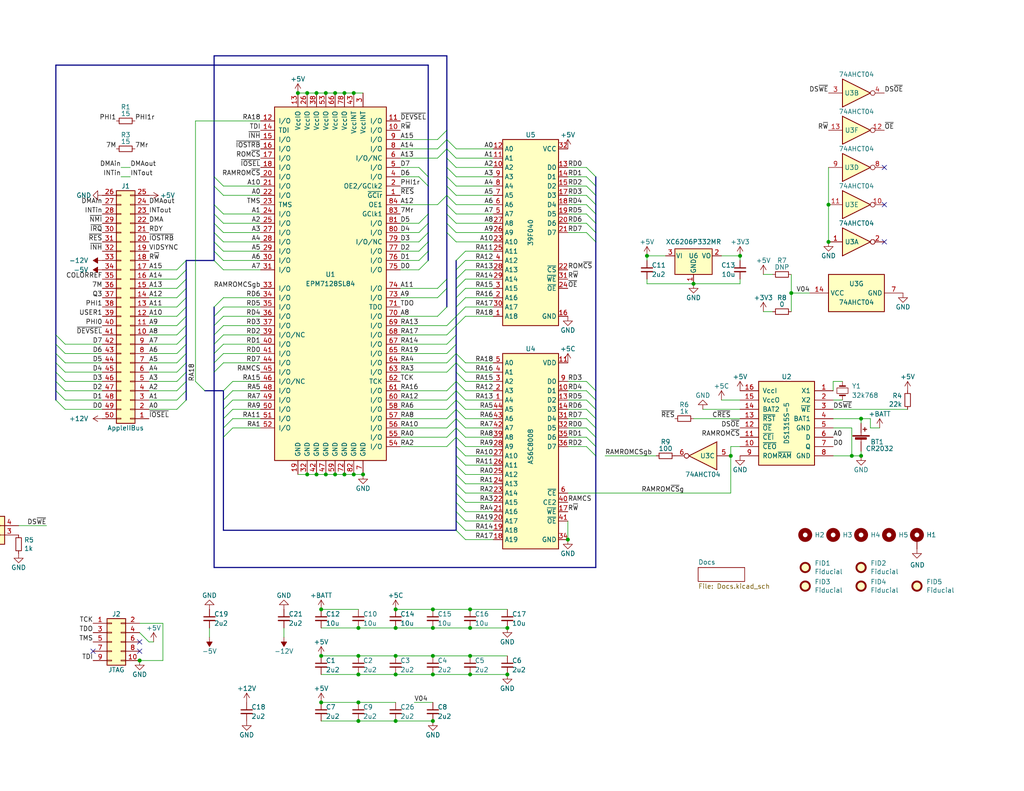
<source format=kicad_sch>
(kicad_sch (version 20211123) (generator eeschema)
  (paper "USLetter")
  (title_block (title "Time Machine") (date "2019-10-13") (rev "0.9") (company "Garrett's Workshop"))
  (junction (at 189.23 77.47))
  (junction (at 107.95 184.15))
  (junction (at 201.93 69.85))
  (junction (at 83.82 25.4))
  (junction (at 128.27 184.15))
  (junction (at 215.9 80.01))
  (junction (at 97.79 191.77))
  (junction (at 86.36 129.54))
  (junction (at 87.63 191.77))
  (junction (at 91.44 25.4))
  (junction (at 234.95 124.46))
  (junction (at 234.95 114.3))
  (junction (at 118.11 179.07))
  (junction (at 83.82 129.54))
  (junction (at 128.27 171.45))
  (junction (at 81.28 25.4))
  (junction (at 138.43 171.45))
  (junction (at 93.98 25.4))
  (junction (at 128.27 179.07))
  (junction (at 226.06 55.88))
  (junction (at 38.1 180.34))
  (junction (at 199.39 124.46))
  (junction (at 107.95 166.37))
  (junction (at 107.95 171.45))
  (junction (at 118.11 166.37))
  (junction (at 118.11 196.85))
  (junction (at 87.63 179.07))
  (junction (at 88.9 129.54))
  (junction (at -17.78 146.05))
  (junction (at 91.44 129.54))
  (junction (at 88.9 25.4))
  (junction (at 97.79 196.85))
  (junction (at 232.41 124.46))
  (junction (at 154.94 147.32))
  (junction (at 97.79 171.45))
  (junction (at 99.06 129.54))
  (junction (at 93.98 129.54))
  (junction (at 96.52 25.4))
  (junction (at 118.11 184.15))
  (junction (at 96.52 129.54))
  (junction (at 128.27 166.37))
  (junction (at 226.06 66.04))
  (junction (at 97.79 184.15))
  (junction (at 138.43 184.15))
  (junction (at 118.11 171.45))
  (junction (at 107.95 179.07))
  (junction (at 87.63 166.37))
  (junction (at 176.53 69.85))
  (junction (at 107.95 196.85))
  (junction (at 97.79 179.07))
  (junction (at 86.36 25.4))
  (no_connect (at 241.3 45.72))
  (no_connect (at 25.4 177.8))
  (no_connect (at 38.1 177.8))
  (no_connect (at 241.3 55.88))
  (no_connect (at 38.1 175.26))
  (no_connect (at 241.3 66.04))
  (bus_entry (at 60.96 86.36) (size -2.54 2.54))
  (bus_entry (at 48.26 78.74) (size 2.54 -2.54))
  (bus_entry (at 116.84 71.12) (size -2.54 2.54))
  (bus_entry (at 48.26 104.14) (size 2.54 -2.54))
  (bus_entry (at 124.46 96.52) (size 2.54 2.54))
  (bus_entry (at 116.84 60.96) (size -2.54 2.54))
  (bus_entry (at 48.26 111.76) (size 2.54 -2.54))
  (bus_entry (at 58.42 68.58) (size 2.54 2.54))
  (bus_entry (at 58.42 71.12) (size 2.54 2.54))
  (bus_entry (at 124.46 86.36) (size -2.54 2.54))
  (bus_entry (at 162.56 121.92) (size -2.54 -2.54))
  (bus_entry (at 124.46 81.28) (size 2.54 -2.54))
  (bus_entry (at 55.88 106.68) (size -2.54 -2.54))
  (bus_entry (at 162.56 119.38) (size -2.54 -2.54))
  (bus_entry (at 124.46 109.22) (size -2.54 2.54))
  (bus_entry (at 60.96 96.52) (size -2.54 2.54))
  (bus_entry (at 17.78 111.76) (size -2.54 -2.54))
  (bus_entry (at 60.96 119.38) (size 2.54 -2.54))
  (bus_entry (at 121.92 50.8) (size 2.54 2.54))
  (bus_entry (at 124.46 78.74) (size 2.54 -2.54))
  (bus_entry (at 124.46 111.76) (size 2.54 2.54))
  (bus_entry (at 162.56 109.22) (size -2.54 -2.54))
  (bus_entry (at 121.92 78.74) (size -2.54 2.54))
  (bus_entry (at 124.46 83.82) (size 2.54 -2.54))
  (bus_entry (at 121.92 53.34) (size -2.54 2.54))
  (bus_entry (at 162.56 66.04) (size -2.54 -2.54))
  (bus_entry (at 58.42 58.42) (size 2.54 2.54))
  (bus_entry (at 60.96 111.76) (size 2.54 -2.54))
  (bus_entry (at 121.92 58.42) (size 2.54 2.54))
  (bus_entry (at 48.26 76.2) (size 2.54 -2.54))
  (bus_entry (at 124.46 111.76) (size -2.54 2.54))
  (bus_entry (at 124.46 139.7) (size 2.54 2.54))
  (bus_entry (at 60.96 106.68) (size 2.54 -2.54))
  (bus_entry (at 121.92 76.2) (size -2.54 2.54))
  (bus_entry (at 48.26 109.22) (size 2.54 -2.54))
  (bus_entry (at 162.56 48.26) (size -2.54 -2.54))
  (bus_entry (at 60.96 109.22) (size 2.54 -2.54))
  (bus_entry (at 124.46 101.6) (size 2.54 2.54))
  (bus_entry (at 58.42 66.04) (size 2.54 2.54))
  (bus_entry (at 48.26 93.98) (size 2.54 -2.54))
  (bus_entry (at 124.46 88.9) (size 2.54 -2.54))
  (bus_entry (at 121.92 38.1) (size 2.54 2.54))
  (bus_entry (at 124.46 127) (size 2.54 2.54))
  (bus_entry (at 60.96 81.28) (size -2.54 2.54))
  (bus_entry (at 60.96 116.84) (size 2.54 -2.54))
  (bus_entry (at 124.46 132.08) (size 2.54 2.54))
  (bus_entry (at 124.46 116.84) (size 2.54 2.54))
  (bus_entry (at 121.92 38.1) (size -2.54 2.54))
  (bus_entry (at 124.46 134.62) (size 2.54 2.54))
  (bus_entry (at 162.56 50.8) (size -2.54 -2.54))
  (bus_entry (at 162.56 60.96) (size -2.54 -2.54))
  (bus_entry (at 124.46 144.78) (size 2.54 2.54))
  (bus_entry (at 124.46 109.22) (size 2.54 2.54))
  (bus_entry (at 116.84 48.26) (size -2.54 -2.54))
  (bus_entry (at 124.46 76.2) (size 2.54 -2.54))
  (bus_entry (at 58.42 50.8) (size 2.54 2.54))
  (bus_entry (at 124.46 104.14) (size -2.54 2.54))
  (bus_entry (at 162.56 55.88) (size -2.54 -2.54))
  (bus_entry (at 48.26 106.68) (size 2.54 -2.54))
  (bus_entry (at 121.92 45.72) (size 2.54 2.54))
  (bus_entry (at 124.46 71.12) (size 2.54 -2.54))
  (bus_entry (at 124.46 119.38) (size 2.54 2.54))
  (bus_entry (at 124.46 116.84) (size -2.54 2.54))
  (bus_entry (at 48.26 96.52) (size 2.54 -2.54))
  (bus_entry (at 48.26 101.6) (size 2.54 -2.54))
  (bus_entry (at 116.84 50.8) (size -2.54 -2.54))
  (bus_entry (at 124.46 91.44) (size -2.54 2.54))
  (bus_entry (at 60.96 83.82) (size -2.54 2.54))
  (bus_entry (at 48.26 91.44) (size 2.54 -2.54))
  (bus_entry (at 162.56 114.3) (size -2.54 -2.54))
  (bus_entry (at 60.96 91.44) (size -2.54 2.54))
  (bus_entry (at 48.26 99.06) (size 2.54 -2.54))
  (bus_entry (at 58.42 60.96) (size 2.54 2.54))
  (bus_entry (at 121.92 83.82) (size -2.54 2.54))
  (bus_entry (at 121.92 60.96) (size 2.54 2.54))
  (bus_entry (at 48.26 81.28) (size 2.54 -2.54))
  (bus_entry (at 124.46 86.36) (size 2.54 -2.54))
  (bus_entry (at 58.42 48.26) (size 2.54 2.54))
  (bus_entry (at 60.96 93.98) (size -2.54 2.54))
  (bus_entry (at 124.46 88.9) (size -2.54 2.54))
  (bus_entry (at 17.78 109.22) (size -2.54 -2.54))
  (bus_entry (at 124.46 99.06) (size 2.54 2.54))
  (bus_entry (at 162.56 116.84) (size -2.54 -2.54))
  (bus_entry (at 48.26 88.9) (size 2.54 -2.54))
  (bus_entry (at 17.78 99.06) (size -2.54 -2.54))
  (bus_entry (at 48.26 86.36) (size 2.54 -2.54))
  (bus_entry (at 124.46 73.66) (size 2.54 -2.54))
  (bus_entry (at 17.78 104.14) (size -2.54 -2.54))
  (bus_entry (at 124.46 129.54) (size 2.54 2.54))
  (bus_entry (at 124.46 121.92) (size 2.54 2.54))
  (bus_entry (at 162.56 111.76) (size -2.54 -2.54))
  (bus_entry (at 17.78 106.68) (size -2.54 -2.54))
  (bus_entry (at 124.46 124.46) (size 2.54 2.54))
  (bus_entry (at 116.84 58.42) (size -2.54 2.54))
  (bus_entry (at 58.42 55.88) (size 2.54 2.54))
  (bus_entry (at 124.46 114.3) (size 2.54 2.54))
  (bus_entry (at 116.84 63.5) (size -2.54 2.54))
  (bus_entry (at 124.46 93.98) (size -2.54 2.54))
  (bus_entry (at 121.92 40.64) (size 2.54 2.54))
  (bus_entry (at 121.92 48.26) (size 2.54 2.54))
  (bus_entry (at 124.46 142.24) (size 2.54 2.54))
  (bus_entry (at 60.96 114.3) (size 2.54 -2.54))
  (bus_entry (at 124.46 106.68) (size -2.54 2.54))
  (bus_entry (at 121.92 43.18) (size 2.54 2.54))
  (bus_entry (at 124.46 96.52) (size -2.54 2.54))
  (bus_entry (at 162.56 63.5) (size -2.54 -2.54))
  (bus_entry (at 121.92 40.64) (size -2.54 2.54))
  (bus_entry (at 124.46 99.06) (size -2.54 2.54))
  (bus_entry (at 60.96 99.06) (size -2.54 2.54))
  (bus_entry (at 58.42 63.5) (size 2.54 2.54))
  (bus_entry (at 124.46 106.68) (size 2.54 2.54))
  (bus_entry (at 17.78 96.52) (size -2.54 -2.54))
  (bus_entry (at 162.56 53.34) (size -2.54 -2.54))
  (bus_entry (at 121.92 53.34) (size 2.54 2.54))
  (bus_entry (at 48.26 73.66) (size 2.54 -2.54))
  (bus_entry (at 124.46 104.14) (size 2.54 2.54))
  (bus_entry (at 162.56 58.42) (size -2.54 -2.54))
  (bus_entry (at 60.96 88.9) (size -2.54 2.54))
  (bus_entry (at 124.46 119.38) (size -2.54 2.54))
  (bus_entry (at 17.78 101.6) (size -2.54 -2.54))
  (bus_entry (at 17.78 93.98) (size -2.54 -2.54))
  (bus_entry (at 116.84 66.04) (size -2.54 2.54))
  (bus_entry (at 121.92 35.56) (size -2.54 2.54))
  (bus_entry (at 162.56 124.46) (size -2.54 -2.54))
  (bus_entry (at 124.46 137.16) (size 2.54 2.54))
  (bus_entry (at 121.92 55.88) (size 2.54 2.54))
  (bus_entry (at 48.26 83.82) (size 2.54 -2.54))
  (bus_entry (at 124.46 114.3) (size -2.54 2.54))
  (bus_entry (at 116.84 68.58) (size -2.54 2.54))
  (bus_entry (at 121.92 63.5) (size 2.54 2.54))
  (bus_entry (at 162.56 106.68) (size -2.54 -2.54))
  (wire (pts (xy 201.93 69.85) (xy 201.93 71.12)))
  (bus (pts (xy 121.92 48.26) (xy 121.92 50.8)))
  (bus (pts (xy 50.8 96.52) (xy 50.8 99.06)))
  (wire (pts (xy 40.64 73.66) (xy 48.26 73.66)))
  (bus (pts (xy 58.42 58.42) (xy 58.42 60.96)))
  (wire (pts (xy 109.22 101.6) (xy 121.92 101.6)))
  (bus (pts (xy 121.92 38.1) (xy 121.92 40.64)))
  (wire (pts (xy 109.22 38.1) (xy 119.38 38.1)))
  (wire (pts (xy 237.49 114.3) (xy 237.49 116.84)))
  (bus (pts (xy 15.24 104.14) (xy 15.24 106.68)))
  (wire (pts (xy 134.62 121.92) (xy 127 121.92)))
  (wire (pts (xy 124.46 43.18) (xy 134.62 43.18)))
  (bus (pts (xy 60.96 106.68) (xy 60.96 109.22)))
  (bus (pts (xy 121.92 45.72) (xy 121.92 48.26)))
  (wire (pts (xy 87.63 184.15) (xy 97.79 184.15)))
  (wire (pts (xy 154.94 106.68) (xy 160.02 106.68)))
  (wire (pts (xy 124.46 66.04) (xy 134.62 66.04)))
  (wire (pts (xy 40.64 101.6) (xy 48.26 101.6)))
  (wire (pts (xy 40.64 175.26) (xy 41.91 175.26)))
  (wire (pts (xy 40.64 78.74) (xy 48.26 78.74)))
  (bus (pts (xy 124.46 91.44) (xy 124.46 93.98)))
  (bus (pts (xy 124.46 96.52) (xy 124.46 99.06)))
  (wire (pts (xy 44.45 170.18) (xy 38.1 170.18)))
  (bus (pts (xy 162.56 109.22) (xy 162.56 111.76)))
  (bus (pts (xy 58.42 48.26) (xy 58.42 50.8)))
  (wire (pts (xy 201.93 69.85) (xy 196.85 69.85)))
  (wire (pts (xy 134.62 99.06) (xy 127 99.06)))
  (wire (pts (xy 40.64 76.2) (xy 48.26 76.2)))
  (wire (pts (xy 134.62 109.22) (xy 127 109.22)))
  (wire (pts (xy 165.1 124.46) (xy 179.07 124.46)))
  (bus (pts (xy 116.84 50.8) (xy 116.84 58.42)))
  (wire (pts (xy 134.62 116.84) (xy 127 116.84)))
  (wire (pts (xy 134.62 127) (xy 127 127)))
  (wire (pts (xy 107.95 184.15) (xy 118.11 184.15)))
  (wire (pts (xy 40.64 93.98) (xy 48.26 93.98)))
  (wire (pts (xy 124.46 55.88) (xy 134.62 55.88)))
  (bus (pts (xy 124.46 137.16) (xy 124.46 139.7)))
  (wire (pts (xy 97.79 179.07) (xy 107.95 179.07)))
  (bus (pts (xy 50.8 83.82) (xy 50.8 86.36)))
  (wire (pts (xy 83.82 129.54) (xy 86.36 129.54)))
  (wire (pts (xy 232.41 116.84) (xy 227.33 116.84)))
  (wire (pts (xy 40.64 106.68) (xy 48.26 106.68)))
  (wire (pts (xy 97.79 171.45) (xy 107.95 171.45)))
  (bus (pts (xy 162.56 106.68) (xy 162.56 109.22)))
  (wire (pts (xy 109.22 68.58) (xy 114.3 68.58)))
  (bus (pts (xy 121.92 40.64) (xy 121.92 43.18)))
  (wire (pts (xy 109.22 96.52) (xy 121.92 96.52)))
  (wire (pts (xy 77.47 171.45) (xy 77.47 173.99)))
  (wire (pts (xy 17.78 93.98) (xy 27.94 93.98)))
  (bus (pts (xy 124.46 129.54) (xy 124.46 132.08)))
  (wire (pts (xy 134.62 104.14) (xy 127 104.14)))
  (wire (pts (xy 86.36 25.4) (xy 88.9 25.4)))
  (wire (pts (xy 109.22 45.72) (xy 114.3 45.72)))
  (bus (pts (xy 121.92 78.74) (xy 121.92 83.82)))
  (bus (pts (xy 162.56 66.04) (xy 162.56 106.68)))
  (wire (pts (xy 109.22 88.9) (xy 121.92 88.9)))
  (bus (pts (xy 58.42 55.88) (xy 58.42 58.42)))
  (wire (pts (xy 109.22 55.88) (xy 119.38 55.88)))
  (wire (pts (xy 215.9 74.93) (xy 215.9 80.01)))
  (bus (pts (xy 124.46 121.92) (xy 124.46 124.46)))
  (wire (pts (xy 44.45 180.34) (xy 44.45 170.18)))
  (bus (pts (xy 116.84 63.5) (xy 116.84 66.04)))
  (wire (pts (xy 97.79 196.85) (xy 107.95 196.85)))
  (wire (pts (xy 234.95 114.3) (xy 234.95 115.57)))
  (wire (pts (xy 154.94 48.26) (xy 160.02 48.26)))
  (wire (pts (xy 215.9 80.01) (xy 220.98 80.01)))
  (bus (pts (xy 58.42 88.9) (xy 58.42 91.44)))
  (wire (pts (xy 234.95 114.3) (xy 237.49 114.3)))
  (bus (pts (xy 58.42 63.5) (xy 58.42 66.04)))
  (bus (pts (xy 50.8 71.12) (xy 58.42 71.12)))
  (wire (pts (xy 60.96 71.12) (xy 71.12 71.12)))
  (bus (pts (xy 121.92 60.96) (xy 121.92 63.5)))
  (wire (pts (xy 60.96 86.36) (xy 71.12 86.36)))
  (wire (pts (xy 128.27 171.45) (xy 138.43 171.45)))
  (wire (pts (xy 234.95 114.3) (xy 227.33 114.3)))
  (bus (pts (xy 58.42 15.24) (xy 121.92 15.24)))
  (bus (pts (xy 58.42 154.94) (xy 162.56 154.94)))
  (wire (pts (xy 154.94 60.96) (xy 160.02 60.96)))
  (wire (pts (xy 109.22 99.06) (xy 121.92 99.06)))
  (wire (pts (xy 96.52 129.54) (xy 99.06 129.54)))
  (bus (pts (xy 50.8 104.14) (xy 50.8 106.68)))
  (wire (pts (xy 40.64 109.22) (xy 48.26 109.22)))
  (bus (pts (xy 124.46 134.62) (xy 124.46 137.16)))
  (wire (pts (xy 109.22 121.92) (xy 121.92 121.92)))
  (wire (pts (xy 71.12 106.68) (xy 63.5 106.68)))
  (wire (pts (xy 109.22 78.74) (xy 119.38 78.74)))
  (wire (pts (xy 154.94 55.88) (xy 160.02 55.88)))
  (bus (pts (xy 60.96 116.84) (xy 60.96 119.38)))
  (bus (pts (xy 121.92 76.2) (xy 121.92 78.74)))
  (wire (pts (xy 33.02 48.26) (xy 35.56 48.26)))
  (wire (pts (xy 134.62 134.62) (xy 127 134.62)))
  (wire (pts (xy 109.22 81.28) (xy 119.38 81.28)))
  (wire (pts (xy 86.36 129.54) (xy 88.9 129.54)))
  (wire (pts (xy -33.02 143.51) (xy -10.16 143.51)))
  (bus (pts (xy 15.24 99.06) (xy 15.24 101.6)))
  (wire (pts (xy 226.06 45.72) (xy 226.06 55.88)))
  (wire (pts (xy 229.87 104.14) (xy 227.33 104.14)))
  (bus (pts (xy 162.56 114.3) (xy 162.56 116.84)))
  (bus (pts (xy 124.46 86.36) (xy 124.46 88.9)))
  (bus (pts (xy 121.92 35.56) (xy 121.92 38.1)))
  (wire (pts (xy 134.62 132.08) (xy 127 132.08)))
  (bus (pts (xy 50.8 86.36) (xy 50.8 88.9)))
  (wire (pts (xy 134.62 124.46) (xy 127 124.46)))
  (wire (pts (xy 208.28 85.09) (xy 210.82 85.09)))
  (bus (pts (xy 58.42 15.24) (xy 58.42 48.26)))
  (wire (pts (xy 60.96 60.96) (xy 71.12 60.96)))
  (wire (pts (xy 38.1 180.34) (xy 44.45 180.34)))
  (wire (pts (xy 40.64 81.28) (xy 48.26 81.28)))
  (bus (pts (xy 116.84 48.26) (xy 116.84 50.8)))
  (wire (pts (xy 124.46 40.64) (xy 134.62 40.64)))
  (wire (pts (xy 33.02 45.72) (xy 35.56 45.72)))
  (wire (pts (xy 134.62 71.12) (xy 127 71.12)))
  (wire (pts (xy 227.33 111.76) (xy 247.65 111.76)))
  (bus (pts (xy 60.96 119.38) (xy 60.96 144.78)))
  (wire (pts (xy 154.94 116.84) (xy 160.02 116.84)))
  (bus (pts (xy 162.56 63.5) (xy 162.56 66.04)))
  (bus (pts (xy 116.84 66.04) (xy 116.84 68.58)))
  (wire (pts (xy 109.22 111.76) (xy 121.92 111.76)))
  (bus (pts (xy 50.8 91.44) (xy 50.8 93.98)))
  (bus (pts (xy 50.8 88.9) (xy 50.8 91.44)))
  (bus (pts (xy 121.92 55.88) (xy 121.92 58.42)))
  (bus (pts (xy 162.56 55.88) (xy 162.56 58.42)))
  (wire (pts (xy 128.27 179.07) (xy 138.43 179.07)))
  (wire (pts (xy 109.22 119.38) (xy 121.92 119.38)))
  (bus (pts (xy 162.56 119.38) (xy 162.56 121.92)))
  (wire (pts (xy 97.79 184.15) (xy 107.95 184.15)))
  (wire (pts (xy 60.96 63.5) (xy 71.12 63.5)))
  (wire (pts (xy 189.23 77.47) (xy 201.93 77.47)))
  (wire (pts (xy 93.98 129.54) (xy 96.52 129.54)))
  (bus (pts (xy 15.24 106.68) (xy 15.24 109.22)))
  (bus (pts (xy 55.88 106.68) (xy 60.96 106.68)))
  (wire (pts (xy 199.39 124.46) (xy 199.39 134.62)))
  (wire (pts (xy 40.64 86.36) (xy 48.26 86.36)))
  (wire (pts (xy 134.62 73.66) (xy 127 73.66)))
  (wire (pts (xy 118.11 184.15) (xy 128.27 184.15)))
  (bus (pts (xy 60.96 144.78) (xy 124.46 144.78)))
  (wire (pts (xy 154.94 104.14) (xy 160.02 104.14)))
  (bus (pts (xy 162.56 50.8) (xy 162.56 53.34)))
  (bus (pts (xy 50.8 99.06) (xy 50.8 101.6)))
  (bus (pts (xy 124.46 119.38) (xy 124.46 121.92)))
  (wire (pts (xy 17.78 99.06) (xy 27.94 99.06)))
  (wire (pts (xy 71.12 109.22) (xy 63.5 109.22)))
  (wire (pts (xy 81.28 25.4) (xy 83.82 25.4)))
  (wire (pts (xy 57.15 171.45) (xy 57.15 173.99)))
  (bus (pts (xy 162.56 124.46) (xy 162.56 154.94)))
  (wire (pts (xy 134.62 101.6) (xy 127 101.6)))
  (wire (pts (xy 97.79 179.07) (xy 87.63 179.07)))
  (wire (pts (xy 87.63 196.85) (xy 97.79 196.85)))
  (wire (pts (xy 189.23 77.47) (xy 176.53 77.47)))
  (bus (pts (xy 50.8 101.6) (xy 50.8 104.14)))
  (wire (pts (xy 88.9 129.54) (xy 91.44 129.54)))
  (bus (pts (xy 60.96 109.22) (xy 60.96 111.76)))
  (bus (pts (xy 121.92 15.24) (xy 121.92 35.56)))
  (wire (pts (xy 208.28 74.93) (xy 210.82 74.93)))
  (wire (pts (xy 40.64 83.82) (xy 48.26 83.82)))
  (wire (pts (xy 109.22 73.66) (xy 114.3 73.66)))
  (wire (pts (xy 88.9 25.4) (xy 91.44 25.4)))
  (wire (pts (xy 60.96 50.8) (xy 71.12 50.8)))
  (wire (pts (xy 176.53 69.85) (xy 181.61 69.85)))
  (wire (pts (xy 134.62 86.36) (xy 127 86.36)))
  (wire (pts (xy 109.22 106.68) (xy 121.92 106.68)))
  (wire (pts (xy 60.96 99.06) (xy 71.12 99.06)))
  (wire (pts (xy 154.94 119.38) (xy 160.02 119.38)))
  (bus (pts (xy 116.84 58.42) (xy 116.84 60.96)))
  (wire (pts (xy 109.22 40.64) (xy 119.38 40.64)))
  (wire (pts (xy 5.08 143.51) (xy 12.7 143.51)))
  (bus (pts (xy 162.56 121.92) (xy 162.56 124.46)))
  (wire (pts (xy 109.22 66.04) (xy 114.3 66.04)))
  (wire (pts (xy 118.11 166.37) (xy 107.95 166.37)))
  (bus (pts (xy 124.46 76.2) (xy 124.46 78.74)))
  (wire (pts (xy 134.62 111.76) (xy 127 111.76)))
  (bus (pts (xy 162.56 48.26) (xy 162.56 50.8)))
  (wire (pts (xy 96.52 25.4) (xy 99.06 25.4)))
  (wire (pts (xy 134.62 83.82) (xy 127 83.82)))
  (wire (pts (xy 60.96 81.28) (xy 71.12 81.28)))
  (wire (pts (xy 134.62 68.58) (xy 127 68.58)))
  (wire (pts (xy 176.53 76.2) (xy 176.53 77.47)))
  (bus (pts (xy 116.84 60.96) (xy 116.84 63.5)))
  (wire (pts (xy 60.96 58.42) (xy 71.12 58.42)))
  (bus (pts (xy 162.56 116.84) (xy 162.56 119.38)))
  (wire (pts (xy 109.22 116.84) (xy 121.92 116.84)))
  (wire (pts (xy 154.94 111.76) (xy 160.02 111.76)))
  (bus (pts (xy 58.42 91.44) (xy 58.42 93.98)))
  (wire (pts (xy 109.22 109.22) (xy 121.92 109.22)))
  (wire (pts (xy 134.62 106.68) (xy 127 106.68)))
  (wire (pts (xy 154.94 134.62) (xy 199.39 134.62)))
  (bus (pts (xy 162.56 53.34) (xy 162.56 55.88)))
  (bus (pts (xy 50.8 71.12) (xy 50.8 73.66)))
  (bus (pts (xy 124.46 83.82) (xy 124.46 86.36)))
  (wire (pts (xy 87.63 171.45) (xy 97.79 171.45)))
  (wire (pts (xy 81.28 129.54) (xy 83.82 129.54)))
  (wire (pts (xy 83.82 25.4) (xy 86.36 25.4)))
  (wire (pts (xy 17.78 104.14) (xy 27.94 104.14)))
  (bus (pts (xy 58.42 66.04) (xy 58.42 68.58)))
  (bus (pts (xy 124.46 78.74) (xy 124.46 81.28)))
  (bus (pts (xy 58.42 50.8) (xy 58.42 55.88)))
  (wire (pts (xy 109.22 48.26) (xy 114.3 48.26)))
  (wire (pts (xy 91.44 25.4) (xy 93.98 25.4)))
  (wire (pts (xy 60.96 68.58) (xy 71.12 68.58)))
  (wire (pts (xy 124.46 53.34) (xy 134.62 53.34)))
  (bus (pts (xy 116.84 68.58) (xy 116.84 71.12)))
  (wire (pts (xy 40.64 175.26) (xy 38.1 172.72)))
  (wire (pts (xy 60.96 73.66) (xy 71.12 73.66)))
  (wire (pts (xy -17.78 140.97) (xy -17.78 146.05)))
  (bus (pts (xy 50.8 81.28) (xy 50.8 83.82)))
  (bus (pts (xy 58.42 101.6) (xy 58.42 154.94)))
  (wire (pts (xy 232.41 124.46) (xy 227.33 124.46)))
  (wire (pts (xy 71.12 111.76) (xy 63.5 111.76)))
  (wire (pts (xy 138.43 184.15) (xy 128.27 184.15)))
  (wire (pts (xy 227.33 109.22) (xy 229.87 109.22)))
  (bus (pts (xy 124.46 111.76) (xy 124.46 114.3)))
  (wire (pts (xy 154.94 114.3) (xy 160.02 114.3)))
  (bus (pts (xy 50.8 93.98) (xy 50.8 96.52)))
  (bus (pts (xy 121.92 58.42) (xy 121.92 60.96)))
  (bus (pts (xy 58.42 96.52) (xy 58.42 99.06)))
  (wire (pts (xy 60.96 53.34) (xy 71.12 53.34)))
  (wire (pts (xy 124.46 58.42) (xy 134.62 58.42)))
  (wire (pts (xy 109.22 43.18) (xy 119.38 43.18)))
  (wire (pts (xy 134.62 142.24) (xy 127 142.24)))
  (bus (pts (xy 124.46 116.84) (xy 124.46 119.38)))
  (wire (pts (xy 17.78 111.76) (xy 27.94 111.76)))
  (bus (pts (xy 121.92 43.18) (xy 121.92 45.72)))
  (wire (pts (xy 40.64 99.06) (xy 48.26 99.06)))
  (bus (pts (xy 124.46 109.22) (xy 124.46 111.76)))
  (wire (pts (xy 134.62 78.74) (xy 127 78.74)))
  (wire (pts (xy 113.03 191.77) (xy 118.11 191.77)))
  (wire (pts (xy 118.11 179.07) (xy 128.27 179.07)))
  (bus (pts (xy 124.46 71.12) (xy 124.46 73.66)))
  (wire (pts (xy 199.39 121.92) (xy 199.39 124.46)))
  (bus (pts (xy 124.46 106.68) (xy 124.46 109.22)))
  (wire (pts (xy 17.78 109.22) (xy 27.94 109.22)))
  (wire (pts (xy 71.12 116.84) (xy 63.5 116.84)))
  (wire (pts (xy 109.22 93.98) (xy 121.92 93.98)))
  (wire (pts (xy 154.94 142.24) (xy 154.94 147.32)))
  (bus (pts (xy 124.46 101.6) (xy 124.46 104.14)))
  (wire (pts (xy 237.49 116.84) (xy 240.03 116.84)))
  (wire (pts (xy 138.43 166.37) (xy 128.27 166.37)))
  (wire (pts (xy 124.46 63.5) (xy 134.62 63.5)))
  (wire (pts (xy 154.94 63.5) (xy 160.02 63.5)))
  (wire (pts (xy 60.96 96.52) (xy 71.12 96.52)))
  (bus (pts (xy 60.96 111.76) (xy 60.96 114.3)))
  (wire (pts (xy 109.22 60.96) (xy 114.3 60.96)))
  (bus (pts (xy 124.46 142.24) (xy 124.46 144.78)))
  (wire (pts (xy 40.64 96.52) (xy 48.26 96.52)))
  (wire (pts (xy 71.12 114.3) (xy 63.5 114.3)))
  (wire (pts (xy 109.22 91.44) (xy 121.92 91.44)))
  (wire (pts (xy 60.96 83.82) (xy 71.12 83.82)))
  (wire (pts (xy 201.93 121.92) (xy 199.39 121.92)))
  (wire (pts (xy 134.62 81.28) (xy 127 81.28)))
  (bus (pts (xy 116.84 17.78) (xy 116.84 48.26)))
  (wire (pts (xy 154.94 50.8) (xy 160.02 50.8)))
  (wire (pts (xy 134.62 114.3) (xy 127 114.3)))
  (wire (pts (xy 124.46 48.26) (xy 134.62 48.26)))
  (wire (pts (xy 134.62 147.32) (xy 127 147.32)))
  (wire (pts (xy 154.94 45.72) (xy 160.02 45.72)))
  (wire (pts (xy -17.78 146.05) (xy -10.16 146.05)))
  (bus (pts (xy 124.46 114.3) (xy 124.46 116.84)))
  (bus (pts (xy 58.42 60.96) (xy 58.42 63.5)))
  (wire (pts (xy 53.34 33.02) (xy 53.34 104.14)))
  (wire (pts (xy 109.22 63.5) (xy 114.3 63.5)))
  (bus (pts (xy 15.24 101.6) (xy 15.24 104.14)))
  (wire (pts (xy 196.85 109.22) (xy 201.93 109.22)))
  (bus (pts (xy 162.56 60.96) (xy 162.56 63.5)))
  (bus (pts (xy 15.24 93.98) (xy 15.24 96.52)))
  (bus (pts (xy 15.24 17.78) (xy 15.24 91.44)))
  (bus (pts (xy 121.92 53.34) (xy 121.92 55.88)))
  (bus (pts (xy 58.42 99.06) (xy 58.42 101.6)))
  (bus (pts (xy 50.8 73.66) (xy 50.8 76.2)))
  (wire (pts (xy 134.62 119.38) (xy 127 119.38)))
  (wire (pts (xy 201.93 76.2) (xy 201.93 77.47)))
  (wire (pts (xy 107.95 191.77) (xy 97.79 191.77)))
  (bus (pts (xy 124.46 132.08) (xy 124.46 134.62)))
  (wire (pts (xy 215.9 80.01) (xy 215.9 85.09)))
  (wire (pts (xy 109.22 71.12) (xy 114.3 71.12)))
  (wire (pts (xy 40.64 104.14) (xy 48.26 104.14)))
  (wire (pts (xy 118.11 171.45) (xy 128.27 171.45)))
  (wire (pts (xy 53.34 33.02) (xy 71.12 33.02)))
  (wire (pts (xy 154.94 58.42) (xy 160.02 58.42)))
  (wire (pts (xy 107.95 179.07) (xy 118.11 179.07)))
  (wire (pts (xy 134.62 144.78) (xy 127 144.78)))
  (wire (pts (xy 124.46 50.8) (xy 134.62 50.8)))
  (bus (pts (xy 121.92 50.8) (xy 121.92 53.34)))
  (wire (pts (xy 154.94 53.34) (xy 160.02 53.34)))
  (wire (pts (xy -33.02 146.05) (xy -17.78 146.05)))
  (bus (pts (xy 124.46 139.7) (xy 124.46 142.24)))
  (wire (pts (xy 109.22 86.36) (xy 119.38 86.36)))
  (wire (pts (xy 93.98 25.4) (xy 96.52 25.4)))
  (wire (pts (xy 17.78 96.52) (xy 27.94 96.52)))
  (wire (pts (xy 71.12 104.14) (xy 63.5 104.14)))
  (wire (pts (xy 40.64 88.9) (xy 48.26 88.9)))
  (wire (pts (xy 227.33 104.14) (xy 227.33 106.68)))
  (wire (pts (xy 17.78 106.68) (xy 27.94 106.68)))
  (bus (pts (xy 121.92 63.5) (xy 121.92 76.2)))
  (bus (pts (xy 124.46 88.9) (xy 124.46 91.44)))
  (wire (pts (xy 91.44 129.54) (xy 93.98 129.54)))
  (wire (pts (xy 232.41 116.84) (xy 232.41 124.46)))
  (bus (pts (xy 124.46 93.98) (xy 124.46 96.52)))
  (wire (pts (xy 134.62 139.7) (xy 127 139.7)))
  (bus (pts (xy 124.46 99.06) (xy 124.46 101.6)))
  (bus (pts (xy 15.24 17.78) (xy 116.84 17.78)))
  (wire (pts (xy 107.95 171.45) (xy 118.11 171.45)))
  (bus (pts (xy 162.56 58.42) (xy 162.56 60.96)))
  (wire (pts (xy 189.23 114.3) (xy 201.93 114.3)))
  (wire (pts (xy 87.63 191.77) (xy 97.79 191.77)))
  (bus (pts (xy 15.24 96.52) (xy 15.24 99.06)))
  (bus (pts (xy 50.8 78.74) (xy 50.8 81.28)))
  (wire (pts (xy 60.96 88.9) (xy 71.12 88.9)))
  (wire (pts (xy 17.78 101.6) (xy 27.94 101.6)))
  (wire (pts (xy 128.27 166.37) (xy 118.11 166.37)))
  (wire (pts (xy 176.53 69.85) (xy 176.53 71.12)))
  (bus (pts (xy 124.46 81.28) (xy 124.46 83.82)))
  (wire (pts (xy 191.77 111.76) (xy 201.93 111.76)))
  (wire (pts (xy 124.46 45.72) (xy 134.62 45.72)))
  (bus (pts (xy 58.42 68.58) (xy 58.42 71.12)))
  (wire (pts (xy 60.96 66.04) (xy 71.12 66.04)))
  (wire (pts (xy 60.96 91.44) (xy 71.12 91.44)))
  (wire (pts (xy 234.95 123.19) (xy 234.95 124.46)))
  (bus (pts (xy 162.56 111.76) (xy 162.56 114.3)))
  (bus (pts (xy 124.46 104.14) (xy 124.46 106.68)))
  (wire (pts (xy 226.06 66.04) (xy 226.06 55.88)))
  (wire (pts (xy 107.95 196.85) (xy 118.11 196.85)))
  (wire (pts (xy 134.62 137.16) (xy 127 137.16)))
  (wire (pts (xy 109.22 114.3) (xy 121.92 114.3)))
  (bus (pts (xy 124.46 127) (xy 124.46 129.54)))
  (wire (pts (xy 154.94 109.22) (xy 160.02 109.22)))
  (wire (pts (xy 234.95 124.46) (xy 232.41 124.46)))
  (bus (pts (xy 60.96 114.3) (xy 60.96 116.84)))
  (wire (pts (xy 40.64 91.44) (xy 48.26 91.44)))
  (wire (pts (xy 154.94 121.92) (xy 160.02 121.92)))
  (bus (pts (xy 58.42 93.98) (xy 58.42 96.52)))
  (bus (pts (xy 15.24 91.44) (xy 15.24 93.98)))
  (bus (pts (xy 50.8 106.68) (xy 50.8 109.22)))
  (bus (pts (xy 124.46 124.46) (xy 124.46 127)))
  (bus (pts (xy 58.42 86.36) (xy 58.42 88.9)))
  (bus (pts (xy 124.46 73.66) (xy 124.46 76.2)))
  (wire (pts (xy 124.46 60.96) (xy 134.62 60.96)))
  (wire (pts (xy 40.64 111.76) (xy 48.26 111.76)))
  (bus (pts (xy 58.42 83.82) (xy 58.42 86.36)))
  (wire (pts (xy 60.96 93.98) (xy 71.12 93.98)))
  (bus (pts (xy 50.8 76.2) (xy 50.8 78.74)))
  (wire (pts (xy 134.62 76.2) (xy 127 76.2)))
  (wire (pts (xy 97.79 166.37) (xy 87.63 166.37)))
  (wire (pts (xy 134.62 129.54) (xy 127 129.54)))
  (label "~{IRQ}" (at 27.94 63.5 180))
  (label "RAMROM~{CS}g" (at 186.69 134.62 180))
  (label "RA0" (at 134.62 129.54 180))
  (label "RAMCS" (at 154.94 137.16 0))
  (label "RA18" (at 134.62 86.36 180))
  (label "RA8" (at 109.22 114.3 0))
  (label "RA13" (at 109.22 88.9 0))
  (label "RA12" (at 134.62 106.68 180))
  (label "D1" (at 109.22 71.12 0))
  (label "RAMROM~{CS}" (at 201.93 119.38 180))
  (label "RD5" (at 154.94 109.22 0))
  (label "A10" (at 40.64 86.36 0))
  (label "RA18" (at 71.12 33.02 180))
  (label "INTout" (at 40.64 58.42 0))
  (label "~{IOSEL}" (at 71.12 45.72 180))
  (label "~{RES}" (at 184.15 114.3 180))
  (label "DS~{WE}" (at 227.33 111.76 0))
  (label "RA14" (at 109.22 93.98 0))
  (label "A9" (at 40.64 88.9 0))
  (label "A15" (at 40.64 73.66 0))
  (label "A1" (at 134.62 43.18 180))
  (label "D6" (at 27.94 96.52 180))
  (label "RD3" (at 154.94 104.14 0))
  (label "PHI1r" (at 109.22 50.8 0))
  (label "RD0" (at 71.12 96.52 180))
  (label "~{INH}" (at 27.94 68.58 180))
  (label "RD5" (at 154.94 58.42 0))
  (label "RA13" (at 134.62 109.22 180))
  (label "A4" (at 71.12 66.04 180))
  (label "PHI1" (at 27.94 83.82 180))
  (label "TCK" (at 109.22 104.14 0))
  (label "RA14" (at 134.62 76.2 180))
  (label "PHI1" (at 31.75 33.02 180))
  (label "RA4" (at 109.22 99.06 0))
  (label "DMAout" (at 40.64 55.88 0))
  (label "RA10" (at 109.22 116.84 0))
  (label "A5" (at 40.64 99.06 0))
  (label "C~{RES}" (at 194.31 114.3 0))
  (label "RD0" (at 154.94 45.72 0))
  (label "PHI0" (at 27.94 88.9 180))
  (label "ROM~{CS}" (at 71.12 43.18 180))
  (label "A11" (at 109.22 78.74 0))
  (label "D7" (at 109.22 45.72 0))
  (label "RD2" (at 71.12 91.44 180))
  (label "RD7" (at 154.94 63.5 0))
  (label "A13" (at 40.64 78.74 0))
  (label "A2" (at -33.02 143.51 0))
  (label "RA2" (at 134.62 134.62 180))
  (label "RA3" (at 109.22 101.6 0))
  (label "VIDSYNC" (at 40.64 68.58 0))
  (label "A3" (at 71.12 63.5 180))
  (label "RA12" (at 109.22 109.22 0))
  (label "RA15" (at 134.62 78.74 180))
  (label "TDO" (at 109.22 83.82 0))
  (label "D0" (at 227.33 121.92 0))
  (label "DMAin" (at 33.02 45.72 180))
  (label "PHI1r" (at 36.83 33.02 0))
  (label "7Mr" (at 36.83 40.64 0))
  (label "A3" (at 134.62 48.26 180))
  (label "D5" (at 27.94 99.06 180))
  (label "A13" (at 109.22 43.18 0))
  (label "RD1" (at 154.94 119.38 0))
  (label "D4" (at 109.22 63.5 0))
  (label "RD4" (at 154.94 55.88 0))
  (label "RA19" (at 109.22 96.52 0))
  (label "D1" (at 27.94 109.22 180))
  (label "D6" (at 109.22 48.26 0))
  (label "A0" (at 227.33 119.38 0))
  (label "~{NMI}" (at 27.94 60.96 180))
  (label "A10" (at 134.62 66.04 180))
  (label "D2" (at 27.94 106.68 180))
  (label "RA5" (at 134.62 111.76 180))
  (label "A7" (at 40.64 93.98 0))
  (label "A0" (at 40.64 111.76 0))
  (label "R~{W}" (at 40.64 71.12 0))
  (label "DMA" (at 40.64 60.96 0))
  (label "RAMROMCSgb" (at 165.1 124.46 0))
  (label "R~{W}" (at 154.94 76.2 0))
  (label "RA7" (at 134.62 116.84 180))
  (label "RA0" (at 109.22 119.38 0))
  (label "A8" (at 134.62 60.96 180))
  (label "TDO" (at 25.4 172.72 180))
  (label "RA1" (at 134.62 132.08 180))
  (label "RA6" (at 109.22 111.76 0))
  (label "RD3" (at 71.12 88.9 180))
  (label "TMS" (at 25.4 175.26 180))
  (label "DMAout" (at 35.56 45.72 0))
  (label "RD6" (at 154.94 111.76 0))
  (label "7M" (at 31.75 40.64 180))
  (label "INTin" (at 27.94 58.42 180))
  (label "RAMROM~{CS}" (at 71.12 48.26 180))
  (label "Q3" (at 27.94 81.28 180))
  (label "D0" (at 109.22 73.66 0))
  (label "A8" (at 40.64 91.44 0))
  (label "~{DEVSEL}" (at 27.94 91.44 180))
  (label "RA16" (at 134.62 101.6 180))
  (label "RD0" (at 154.94 116.84 0))
  (label "A6" (at 71.12 71.12 180))
  (label "~{INH}" (at 71.12 38.1 180))
  (label "DMAin" (at 27.94 55.88 180))
  (label "DS~{OE}" (at 241.3 25.4 0))
  (label "D4" (at 27.94 101.6 180))
  (label "A5" (at 134.62 53.34 180))
  (label "RA16" (at 134.62 81.28 180))
  (label "RD5" (at 71.12 83.82 180))
  (label "A14" (at 109.22 40.64 0))
  (label "RD7" (at 71.12 99.06 180))
  (label "COLORREF" (at 27.94 76.2 180))
  (label "A9" (at 134.62 63.5 180))
  (label "V04" (at 113.03 191.77 0))
  (label "RD3" (at 154.94 53.34 0))
  (label "A7" (at 134.62 58.42 180))
  (label "RA11" (at -33.02 146.05 0))
  (label "RA19" (at 134.62 142.24 180))
  (label "INTout" (at 35.56 48.26 0))
  (label "RD4" (at 71.12 86.36 180))
  (label "A2" (at 40.64 106.68 0))
  (label "RA2" (at 109.22 121.92 0))
  (label "RA16" (at 109.22 106.68 0))
  (label "D7" (at 27.94 93.98 180))
  (label "RA15" (at 134.62 104.14 180))
  (label "RD6" (at 71.12 81.28 180))
  (label "RA13" (at 134.62 73.66 180))
  (label "RD4" (at 154.94 106.68 0))
  (label "A11" (at 40.64 83.82 0))
  (label "RA11" (at 71.12 114.3 180))
  (label "RA7" (at 71.12 109.22 180))
  (label "TDI" (at 25.4 180.34 180))
  (label "7M" (at 27.94 78.74 180))
  (label "TMS" (at 71.12 55.88 180))
  (label "R~{W}" (at 226.06 35.56 180))
  (label "~{RES}" (at 27.94 66.04 180))
  (label "RA14" (at 134.62 144.78 180))
  (label "RA5" (at 71.12 106.68 180))
  (label "V04" (at 220.98 80.01 180))
  (label "~{OE}" (at 154.94 78.74 0))
  (label "RA9" (at 134.62 121.92 180))
  (label "RA17" (at 134.62 83.82 180))
  (label "~{IOSEL}" (at 40.64 114.3 0))
  (label "A12" (at 40.64 81.28 0))
  (label "USER1" (at 27.94 86.36 180))
  (label "DS~{WE}" (at 12.7 143.51 180))
  (label "D3" (at 27.94 104.14 180))
  (label "D3" (at 109.22 66.04 0))
  (label "TCK" (at 25.4 170.18 180))
  (label "R~{W}" (at 109.22 35.56 0))
  (label "RA3" (at 134.62 137.16 180))
  (label "ROM~{CS}" (at 154.94 73.66 0))
  (label "TDI" (at 71.12 35.56 180))
  (label "A12" (at 109.22 55.88 0))
  (label "~{RES}" (at 109.22 53.34 0))
  (label "A6" (at 40.64 96.52 0))
  (label "A15" (at 109.22 38.1 0))
  (label "D2" (at 109.22 68.58 0))
  (label "A9" (at 109.22 81.28 0))
  (label "RD1" (at 71.12 93.98 180))
  (label "A1" (at 40.64 109.22 0))
  (label "RA11" (at 134.62 127 180))
  (label "~{IOSTRB}" (at 40.64 66.04 0))
  (label "A0" (at 134.62 40.64 180))
  (label "RA1" (at 71.12 116.84 180))
  (label "A1" (at 71.12 58.42 180))
  (label "RD2" (at 154.94 50.8 0))
  (label "RA15" (at 71.12 104.14 180))
  (label "A8" (at 109.22 86.36 0))
  (label "RA18" (at 53.34 104.14 90))
  (label "RA12" (at 134.62 71.12 180))
  (label "RA8" (at 134.62 119.38 180))
  (label "RAMCS" (at 71.12 101.6 180))
  (label "A3" (at 40.64 104.14 0))
  (label "DS~{OE}" (at 201.93 116.84 180))
  (label "RDY" (at 40.64 63.5 0))
  (label "DS~{WE}" (at 226.06 25.4 180))
  (label "RD6" (at 154.94 60.96 0))
  (label "RA17" (at 109.22 91.44 0))
  (label "RD2" (at 154.94 121.92 0))
  (label "7Mr" (at 109.22 58.42 0))
  (label "D5" (at 109.22 60.96 0))
  (label "RA6" (at 134.62 114.3 180))
  (label "A5" (at 71.12 68.58 180))
  (label "RA17" (at 134.62 147.32 180))
  (label "A2" (at 134.62 45.72 180))
  (label "~{DEVSEL}" (at 109.22 33.02 0))
  (label "A2" (at 71.12 60.96 180))
  (label "RA18" (at 134.62 99.06 180))
  (label "D0" (at 27.94 111.76 180))
  (label "A4" (at 40.64 101.6 0))
  (label "R~{W}" (at 154.94 139.7 0))
  (label "RA9" (at 71.12 111.76 180))
  (label "A14" (at 40.64 76.2 0))
  (label "~{IOSTRB}" (at 71.12 40.64 180))
  (label "A0" (at 71.12 53.34 180))
  (label "INTin" (at 33.02 48.26 180))
  (label "A10" (at 71.12 50.8 180))
  (label "RD1" (at 154.94 48.26 0))
  (label "RD7" (at 154.94 114.3 0))
  (label "RA4" (at 134.62 139.7 180))
  (label "A6" (at 134.62 55.88 180))
  (label "A7" (at 71.12 73.66 180))
  (label "~{OE}" (at 241.3 35.56 0))
  (label "RAMROMCSgb" (at 71.12 78.74 180))
  (label "RA10" (at 134.62 124.46 180))
  (label "RA11" (at 134.62 68.58 180))
  (label "A4" (at 134.62 50.8 180))
  (symbol (lib_id "GW_PLD:EPM7128SL84") (at 90.17 76.2 0) (unit 1)
    (property "Reference" "U1" (at 90.17 74.93 0))
    (property "Value" "EPM7128SL84" (at 90.17 77.47 0))
    (property "Footprint" "stdpads:PLCC-84" (effects hide))
  )
  (symbol (lib_id "Device:C_Small") (at 118.11 194.31 0) (unit 1)
    (property "Reference" "C8" (at 119.38 193.04 0) (effects (justify left)))
    (property "Value" "2u2" (at 119.38 195.58 0) (effects (justify left)))
    (property "Footprint" "stdpads:C_0805" (effects hide))
  )
  (symbol (lib_id "Mechanical:MountingHole") (at 234.95 146.05 0) (unit 1)
    (property "Reference" "H4" (at 237.49 146.05 0) (effects (justify left)))
    (property "Value" " " (at 237.49 147.066 0) (effects (justify left)))
    (property "Footprint" "stdpads:PasteHole_1.152mm_NPTH" (effects hide))
  )
  (symbol (lib_id "Mechanical:MountingHole") (at 242.57 146.05 0) (unit 1)
    (property "Reference" "H5" (at 245.11 146.05 0) (effects (justify left)))
    (property "Value" " " (at 245.11 147.066 0) (effects (justify left)))
    (property "Footprint" "stdpads:PasteHole_1.152mm_NPTH" (effects hide))
  )
  (symbol (lib_id "Mechanical:Fiducial") (at 250.19 160.02 0) (unit 1)
    (property "Reference" "FID5" (at 252.73 158.8516 0) (effects (justify left)))
    (property "Value" "Fiducial" (at 252.73 161.163 0) (effects (justify left)))
    (property "Footprint" "stdpads:Fiducial" (effects hide))
  )
  (symbol (lib_id "Connector_Generic:Conn_02x25_Counter_Clockwise") (at 35.56 83.82 180) (unit 1)
    (property "Reference" "J1" (at 34.29 50.8 0))
    (property "Value" "AppleIIBus" (at 34.29 116.84 0))
    (property "Footprint" "stdpads:AppleIIBus_Edge" (effects hide))
  )
  (symbol (lib_id "power:-12V") (at 27.94 71.12 90) (unit 1)
    (property "Reference" "#PWR0102" (effects hide))
    (property "Value" "-12V" (at 24.13 71.12 90) (effects (justify left)))
  )
  (symbol (lib_id "power:-5V") (at 27.94 73.66 90) (unit 1)
    (property "Reference" "#PWR0101" (effects hide))
    (property "Value" "-5V" (at 24.13 73.66 90) (effects (justify left)))
  )
  (symbol (lib_id "power:+12V") (at 27.94 114.3 90) (unit 1)
    (property "Reference" "#PWR0103" (effects hide))
    (property "Value" "+12V" (at 24.13 114.3 90) (effects (justify left)))
  )
  (symbol (lib_id "power:GND") (at 27.94 53.34 270) (mirror x) (unit 1)
    (property "Reference" "#PWR0108" (effects hide))
    (property "Value" "GND" (at 22.86 53.34 90))
  )
  (symbol (lib_id "power:+5V") (at 40.64 53.34 270) (unit 1)
    (property "Reference" "#PWR0109" (effects hide))
    (property "Value" "+5V" (at 45.72 53.34 90))
  )
  (symbol (lib_id "Device:C_Small") (at 57.15 168.91 0) (unit 1)
    (property "Reference" "C19" (at 58.42 167.64 0) (effects (justify left)))
    (property "Value" "2u2" (at 58.42 170.18 0) (effects (justify left)))
    (property "Footprint" "stdpads:C_0805" (effects hide))
  )
  (symbol (lib_id "power:-5V") (at 57.15 173.99 0) (mirror x) (unit 1)
    (property "Reference" "#PWR0112" (effects hide))
    (property "Value" "-5V" (at 57.15 177.8 0))
  )
  (symbol (lib_id "Device:C_Small") (at 97.79 194.31 0) (unit 1)
    (property "Reference" "C9" (at 99.06 193.04 0) (effects (justify left)))
    (property "Value" "2u2" (at 99.06 195.58 0) (effects (justify left)))
    (property "Footprint" "stdpads:C_0805" (effects hide))
  )
  (symbol (lib_id "Device:C_Small") (at 87.63 181.61 0) (unit 1)
    (property "Reference" "C1" (at 88.9 180.34 0) (effects (justify left)))
    (property "Value" "2u2" (at 88.9 182.88 0) (effects (justify left)))
    (property "Footprint" "stdpads:C_0805" (effects hide))
  )
  (symbol (lib_id "Device:C_Small") (at 138.43 181.61 0) (unit 1)
    (property "Reference" "C6" (at 139.7 180.34 0) (effects (justify left)))
    (property "Value" "2u2" (at 139.7 182.88 0) (effects (justify left)))
    (property "Footprint" "stdpads:C_0805" (effects hide))
  )
  (symbol (lib_id "Device:C_Small") (at 107.95 181.61 0) (unit 1)
    (property "Reference" "C3" (at 109.22 180.34 0) (effects (justify left)))
    (property "Value" "2u2" (at 109.22 182.88 0) (effects (justify left)))
    (property "Footprint" "stdpads:C_0805" (effects hide))
  )
  (symbol (lib_id "Device:C_Small") (at 97.79 181.61 0) (unit 1)
    (property "Reference" "C2" (at 99.06 180.34 0) (effects (justify left)))
    (property "Value" "2u2" (at 99.06 182.88 0) (effects (justify left)))
    (property "Footprint" "stdpads:C_0805" (effects hide))
  )
  (symbol (lib_id "power:GND") (at 138.43 184.15 0) (unit 1)
    (property "Reference" "#PWR0110" (effects hide))
    (property "Value" "GND" (at 138.43 187.96 0))
  )
  (symbol (lib_id "power:+5V") (at 87.63 191.77 0) (unit 1)
    (property "Reference" "#PWR0111" (effects hide))
    (property "Value" "+5V" (at 87.63 187.96 0))
  )
  (symbol (lib_id "power:GND") (at 57.15 166.37 180) (unit 1)
    (property "Reference" "#PWR0115" (effects hide))
    (property "Value" "GND" (at 57.15 162.56 0))
  )
  (symbol (lib_id "power:GND") (at 118.11 196.85 0) (unit 1)
    (property "Reference" "#PWR0141" (effects hide))
    (property "Value" "GND" (at 118.11 200.66 0))
  )
  (symbol (lib_id "Device:Crystal_Small") (at 229.87 106.68 270) (unit 1)
    (property "Reference" "Y1" (at 232.41 105.41 90) (effects (justify left)))
    (property "Value" "32k768" (at 232.41 107.95 90) (effects (justify left)))
    (property "Footprint" "Crystal:Crystal_C26-LF_D2.1mm_L6.5mm_Horizontal" (effects hide))
  )
  (symbol (lib_id "Device:Battery_Cell") (at 234.95 120.65 0) (unit 1)
    (property "Reference" "BT1" (at 237.49 120.65 0) (effects (justify left)))
    (property "Value" "CR2032" (at 236.22 123.19 0) (effects (justify left bottom)))
    (property "Footprint" "stdpads:Keystone_3034_CR2032" (effects hide))
  )
  (symbol (lib_id "power:GND") (at 234.95 124.46 0) (mirror y) (unit 1)
    (property "Reference" "#PWR0121" (effects hide))
    (property "Value" "GND" (at 234.95 128.27 0))
  )
  (symbol (lib_id "power:+5V") (at 201.93 106.68 0) (mirror y) (unit 1)
    (property "Reference" "#PWR0117" (effects hide))
    (property "Value" "+5V" (at 201.93 102.87 0))
  )
  (symbol (lib_id "power:+5C") (at 196.85 109.22 0) (mirror y) (unit 1)
    (property "Reference" "#PWR0116" (effects hide))
    (property "Value" "+5C" (at 196.85 105.41 0))
  )
  (symbol (lib_id "power:GND") (at 191.77 111.76 0) (mirror x) (unit 1)
    (property "Reference" "#PWR0123" (effects hide))
    (property "Value" "GND" (at 191.77 107.95 0))
  )
  (symbol (lib_id "power:GND") (at 201.93 124.46 0) (mirror y) (unit 1)
    (property "Reference" "#PWR0114" (effects hide))
    (property "Value" "GND" (at 201.93 128.27 0))
  )
  (symbol (lib_id "power:+BATT") (at 240.03 116.84 0) (mirror y) (unit 1)
    (property "Reference" "#PWR0119" (effects hide))
    (property "Value" "+BATT" (at 240.03 113.03 0))
  )
  (symbol (lib_id "power:+5V") (at -17.78 135.89 0) (unit 1)
    (property "Reference" "#PWR0134" (effects hide))
    (property "Value" "+5V" (at -17.78 132.08 0))
  )
  (symbol (lib_id "Device:R_Small") (at 34.29 33.02 270) (unit 1)
    (property "Reference" "R1" (at 34.29 29.21 90))
    (property "Value" "15" (at 34.29 31.75 90) (effects (justify bottom)))
    (property "Footprint" "stdpads:R_0805" (effects hide))
  )
  (symbol (lib_id "Device:R_Small") (at 34.29 40.64 270) (unit 1)
    (property "Reference" "R3" (at 34.29 36.83 90))
    (property "Value" "15" (at 34.29 39.37 90) (effects (justify bottom)))
    (property "Footprint" "stdpads:R_0805" (effects hide))
  )
  (symbol (lib_id "Device:R_Small") (at 247.65 109.22 0) (mirror x) (unit 1)
    (property "Reference" "R4" (at 246.1514 108.0516 0) (effects (justify right)))
    (property "Value" "22k" (at 246.1514 110.363 0) (effects (justify right)))
    (property "Footprint" "stdpads:R_0805" (effects hide))
  )
  (symbol (lib_id "power:+5V") (at 247.65 106.68 0) (unit 1)
    (property "Reference" "#PWR0131" (effects hide))
    (property "Value" "+5V" (at 247.65 102.87 0))
  )
  (symbol (lib_id "74xx:74HC04") (at 233.68 45.72 0) (mirror x) (unit 4)
    (property "Reference" "U3" (at 232.41 45.72 0))
    (property "Value" "74AHCT04" (at 233.68 40.64 0))
    (property "Footprint" "stdpads:SOIC-14_3.9mm" (effects hide))
    (property "Datasheet" "https://assets.nexperia.com/documents/data-sheet/74HC_HCT04.pdf" (effects hide))
  )
  (symbol (lib_id "Device:C_Small") (at 107.95 194.31 0) (unit 1)
    (property "Reference" "C26" (at 109.22 193.04 0) (effects (justify left)))
    (property "Value" "2u2" (at 109.22 195.58 0) (effects (justify left)))
    (property "Footprint" "stdpads:C_0805" (effects hide))
  )
  (symbol (lib_id "Device:C_Small") (at 87.63 168.91 0) (unit 1)
    (property "Reference" "C12" (at 88.9 167.64 0) (effects (justify left)))
    (property "Value" "10u" (at 88.9 170.18 0) (effects (justify left)))
    (property "Footprint" "stdpads:C_0805" (effects hide))
  )
  (symbol (lib_id "power:+BATT") (at 87.63 166.37 0) (unit 1)
    (property "Reference" "#PWR0129" (effects hide))
    (property "Value" "+BATT" (at 87.63 162.56 0))
  )
  (symbol (lib_id "power:+5C") (at 107.95 166.37 0) (unit 1)
    (property "Reference" "#PWR0137" (effects hide))
    (property "Value" "+5C" (at 107.95 162.56 0))
  )
  (symbol (lib_id "Device:C_Small") (at 107.95 168.91 0) (unit 1)
    (property "Reference" "C14" (at 109.22 167.64 0) (effects (justify left)))
    (property "Value" "10u" (at 109.22 170.18 0) (effects (justify left)))
    (property "Footprint" "stdpads:C_0805" (effects hide))
  )
  (symbol (lib_id "power:GND") (at 138.43 171.45 0) (unit 1)
    (property "Reference" "#PWR0138" (effects hide))
    (property "Value" "GND" (at 138.43 175.26 0))
  )
  (symbol (lib_id "Device:C_Small") (at 118.11 168.91 0) (unit 1)
    (property "Reference" "C15" (at 119.38 167.64 0) (effects (justify left)))
    (property "Value" "10u" (at 119.38 170.18 0) (effects (justify left)))
    (property "Footprint" "stdpads:C_0805" (effects hide))
  )
  (symbol (lib_id "Device:C_Small") (at 128.27 168.91 0) (unit 1)
    (property "Reference" "C16" (at 129.54 167.64 0) (effects (justify left)))
    (property "Value" "10u" (at 129.54 170.18 0) (effects (justify left)))
    (property "Footprint" "stdpads:C_0805" (effects hide))
  )
  (symbol (lib_id "power:+5C") (at 154.94 99.06 0) (unit 1)
    (property "Reference" "#PWR0105" (effects hide))
    (property "Value" "+5C" (at 154.94 95.25 0))
  )
  (symbol (lib_id "power:GND") (at 154.94 147.32 0) (unit 1)
    (property "Reference" "#PWR0106" (effects hide))
    (property "Value" "GND" (at 154.94 151.13 0))
  )
  (symbol (lib_id "GW_RAM:SRAM-1Mx8-TSOP2-44") (at 144.78 123.19 0) (unit 1)
    (property "Reference" "U4" (at 144.78 95.25 0))
    (property "Value" "AS6C8008" (at 144.78 121.92 90))
    (property "Footprint" "stdpads:TSOP-II-44_400mil_P0.8mm" (effects hide))
    (property "Datasheet" "https://www.alliancememory.com/wp-content/uploads/pdf/AS6C8008.pdf" (effects hide))
  )
  (symbol (lib_id "power:GND") (at 77.47 166.37 180) (unit 1)
    (property "Reference" "#PWR0139" (effects hide))
    (property "Value" "GND" (at 77.47 162.56 0))
  )
  (symbol (lib_id "GW_RAM:Flash-512Kx8-PLCC-32") (at 144.78 63.5 0) (unit 1)
    (property "Reference" "U5" (at 144.78 36.83 0))
    (property "Value" "39F040" (at 144.78 63.5 90))
    (property "Footprint" "stdpads:PLCC-32_SMDSocket" (effects hide))
    (property "Datasheet" "http://ww1.microchip.com/downloads/en/DeviceDoc/25022B.pdf" (effects hide))
  )
  (symbol (lib_id "power:GND") (at 154.94 86.36 0) (unit 1)
    (property "Reference" "#PWR0107" (effects hide))
    (property "Value" "GND" (at 154.94 90.17 0))
  )
  (symbol (lib_id "power:+5V") (at 154.94 40.64 0) (unit 1)
    (property "Reference" "#PWR0113" (effects hide))
    (property "Value" "+5V" (at 154.94 36.83 0))
  )
  (symbol (lib_id "GW_Digital:DS1315") (at 214.63 115.57 0) (mirror y) (unit 1)
    (property "Reference" "U2" (at 214.63 102.87 0))
    (property "Value" "DS1315S-5" (at 214.63 115.57 90))
    (property "Footprint" "stdpads:SOIC-16_7.5mm" (effects hide))
  )
  (symbol (lib_id "power:GND") (at 67.31 196.85 0) (unit 1)
    (property "Reference" "#PWR0140" (effects hide))
    (property "Value" "GND" (at 67.31 200.66 0))
  )
  (symbol (lib_id "Device:R_Small") (at 186.69 114.3 270) (unit 1)
    (property "Reference" "R6" (at 186.69 110.49 90))
    (property "Value" "1k" (at 186.69 113.03 90) (effects (justify bottom)))
    (property "Footprint" "stdpads:R_0805" (effects hide))
  )
  (symbol (lib_id "Device:R_Small") (at 5.08 148.59 180) (unit 1)
    (property "Reference" "R5" (at 6.5786 147.4216 0) (effects (justify right)))
    (property "Value" "1k" (at 6.5786 149.733 0) (effects (justify right)))
    (property "Footprint" "stdpads:R_0805" (effects hide))
  )
  (symbol (lib_id "Connector_Generic:Conn_02x05_Odd_Even") (at 30.48 175.26 0) (unit 1)
    (property "Reference" "J2" (at 31.75 167.64 0))
    (property "Value" "JTAG" (at 31.75 182.88 0))
    (property "Footprint" "stdpads:IDC_SMD_2x05_P2.54mm_Vertical" (effects hide))
  )
  (symbol (lib_id "power:+5V") (at 41.91 175.26 0) (unit 1)
    (property "Reference" "#PWR0104" (effects hide))
    (property "Value" "+5V" (at 41.91 171.45 0))
  )
  (symbol (lib_id "power:GND") (at 38.1 180.34 0) (unit 1)
    (property "Reference" "#PWR0118" (effects hide))
    (property "Value" "GND" (at 38.1 184.15 0))
  )
  (symbol (lib_id "74xx:74HC04") (at 233.68 66.04 0) (mirror x) (unit 1)
    (property "Reference" "U3" (at 232.41 66.04 0))
    (property "Value" "74AHCT04" (at 233.68 60.96 0))
    (property "Footprint" "stdpads:SOIC-14_3.9mm" (effects hide))
    (property "Datasheet" "https://assets.nexperia.com/documents/data-sheet/74HC_HCT04.pdf" (effects hide))
  )
  (symbol (lib_id "74xx:74HC04") (at 233.68 25.4 0) (mirror x) (unit 2)
    (property "Reference" "U3" (at 232.41 25.4 0))
    (property "Value" "74AHCT04" (at 233.68 20.32 0))
    (property "Footprint" "stdpads:SOIC-14_3.9mm" (effects hide))
    (property "Datasheet" "https://assets.nexperia.com/documents/data-sheet/74HC_HCT04.pdf" (effects hide))
  )
  (symbol (lib_id "74xx:74HC04") (at 233.68 80.01 90) (unit 7)
    (property "Reference" "U3" (at 233.68 77.47 90))
    (property "Value" "74AHCT04" (at 233.68 82.55 90))
    (property "Footprint" "stdpads:SOIC-14_3.9mm" (effects hide))
    (property "Datasheet" "https://assets.nexperia.com/documents/data-sheet/74HC_HCT04.pdf" (effects hide))
  )
  (symbol (lib_id "power:+5V") (at 208.28 74.93 0) (unit 1)
    (property "Reference" "#PWR0125" (effects hide))
    (property "Value" "+5V" (at 208.28 71.12 0))
  )
  (symbol (lib_id "power:GND") (at 246.38 80.01 0) (unit 1)
    (property "Reference" "#PWR0126" (effects hide))
    (property "Value" "GND" (at 246.38 83.82 0))
  )
  (symbol (lib_id "74xx:74HC04") (at 233.68 35.56 0) (unit 6)
    (property "Reference" "U3" (at 232.41 35.56 0))
    (property "Value" "74AHCT04" (at 233.68 30.48 0))
    (property "Footprint" "stdpads:SOIC-14_3.9mm" (effects hide))
    (property "Datasheet" "https://assets.nexperia.com/documents/data-sheet/74HC_HCT04.pdf" (effects hide))
  )
  (symbol (lib_id "74xx:74HC04") (at 233.68 55.88 0) (unit 5)
    (property "Reference" "U3" (at 232.41 55.88 0))
    (property "Value" "74AHCT04" (at 233.68 50.8 0))
    (property "Footprint" "stdpads:SOIC-14_3.9mm" (effects hide))
    (property "Datasheet" "https://assets.nexperia.com/documents/data-sheet/74HC_HCT04.pdf" (effects hide))
  )
  (symbol (lib_id "power:GND") (at 226.06 66.04 0) (unit 1)
    (property "Reference" "#PWR0130" (effects hide))
    (property "Value" "GND" (at 226.06 69.85 0))
  )
  (symbol (lib_id "74xx:74HC04") (at 191.77 124.46 0) (mirror y) (unit 3)
    (property "Reference" "U3" (at 193.04 124.46 0))
    (property "Value" "74AHCT04" (at 191.77 129.54 0))
    (property "Footprint" "stdpads:SOIC-14_3.9mm" (effects hide))
    (property "Datasheet" "https://assets.nexperia.com/documents/data-sheet/74HC_HCT04.pdf" (effects hide))
  )
  (symbol (lib_id "Device:C_Small") (at 67.31 194.31 0) (unit 1)
    (property "Reference" "C18" (at 68.58 193.04 0) (effects (justify left)))
    (property "Value" "2u2" (at 68.58 195.58 0) (effects (justify left)))
    (property "Footprint" "stdpads:C_0805" (effects hide))
  )
  (symbol (lib_id "Device:C_Small") (at 77.47 168.91 0) (unit 1)
    (property "Reference" "C21" (at 78.74 167.64 0) (effects (justify left)))
    (property "Value" "2u2" (at 78.74 170.18 0) (effects (justify left)))
    (property "Footprint" "stdpads:C_0805" (effects hide))
  )
  (symbol (lib_id "power:-12V") (at 77.47 173.99 180) (unit 1)
    (property "Reference" "#PWR0127" (effects hide))
    (property "Value" "-12V" (at 77.47 177.8 0))
  )
  (symbol (lib_id "power:+12V") (at 67.31 191.77 0) (unit 1)
    (property "Reference" "#PWR0128" (effects hide))
    (property "Value" "+12V" (at 67.31 187.96 0))
  )
  (symbol (lib_id "power:+5V") (at 87.63 179.07 0) (unit 1)
    (property "Reference" "#PWR0120" (effects hide))
    (property "Value" "+5V" (at 87.63 175.26 0))
  )
  (symbol (lib_id "Device:C_Small") (at 118.11 181.61 0) (unit 1)
    (property "Reference" "C4" (at 119.38 180.34 0) (effects (justify left)))
    (property "Value" "2u2" (at 119.38 182.88 0) (effects (justify left)))
    (property "Footprint" "stdpads:C_0805" (effects hide))
  )
  (symbol (lib_id "Device:C_Small") (at 128.27 181.61 0) (unit 1)
    (property "Reference" "C5" (at 129.54 180.34 0) (effects (justify left)))
    (property "Value" "2u2" (at 129.54 182.88 0) (effects (justify left)))
    (property "Footprint" "stdpads:C_0805" (effects hide))
  )
  (symbol (lib_id "Device:C_Small") (at 87.63 194.31 0) (unit 1)
    (property "Reference" "C7" (at 88.9 193.04 0) (effects (justify left)))
    (property "Value" "2u2" (at 88.9 195.58 0) (effects (justify left)))
    (property "Footprint" "stdpads:C_0805" (effects hide))
  )
  (symbol (lib_id "power:+5V") (at 81.28 25.4 0) (unit 1)
    (property "Reference" "#PWR0135" (effects hide))
    (property "Value" "+5V" (at 81.28 21.59 0))
  )
  (symbol (lib_id "power:GND") (at 99.06 129.54 0) (unit 1)
    (property "Reference" "#PWR0136" (effects hide))
    (property "Value" "GND" (at 99.06 133.35 0))
  )
  (symbol (lib_id "Mechanical:Fiducial") (at 219.71 154.94 0) (unit 1)
    (property "Reference" "FID1" (at 222.25 153.7716 0) (effects (justify left)))
    (property "Value" "Fiducial" (at 222.25 156.083 0) (effects (justify left)))
    (property "Footprint" "stdpads:Fiducial" (effects hide))
  )
  (symbol (lib_id "Mechanical:Fiducial") (at 234.95 154.94 0) (unit 1)
    (property "Reference" "FID2" (at 237.49 153.7716 0) (effects (justify left)))
    (property "Value" "Fiducial" (at 237.49 156.083 0) (effects (justify left)))
    (property "Footprint" "stdpads:Fiducial" (effects hide))
  )
  (symbol (lib_id "Mechanical:Fiducial") (at 219.71 160.02 0) (unit 1)
    (property "Reference" "FID3" (at 222.25 158.8516 0) (effects (justify left)))
    (property "Value" "Fiducial" (at 222.25 161.163 0) (effects (justify left)))
    (property "Footprint" "stdpads:Fiducial" (effects hide))
  )
  (symbol (lib_id "Mechanical:Fiducial") (at 234.95 160.02 0) (unit 1)
    (property "Reference" "FID4" (at 237.49 158.8516 0) (effects (justify left)))
    (property "Value" "Fiducial" (at 237.49 161.163 0) (effects (justify left)))
    (property "Footprint" "stdpads:Fiducial" (effects hide))
  )
  (symbol (lib_id "Mechanical:MountingHole_Pad") (at 250.19 147.32 0) (unit 1)
    (property "Reference" "H1" (at 252.73 146.0246 0) (effects (justify left)))
    (property "Value" " " (at 252.73 148.336 0) (effects (justify left)))
    (property "Footprint" "stdpads:PasteHole_1.1mm_PTH" (effects hide))
  )
  (symbol (lib_id "Mechanical:MountingHole") (at 219.71 146.05 0) (unit 1)
    (property "Reference" "H2" (at 222.25 146.05 0) (effects (justify left)))
    (property "Value" " " (at 222.25 147.066 0) (effects (justify left)))
    (property "Footprint" "stdpads:PasteHole_1.152mm_NPTH" (effects hide))
  )
  (symbol (lib_id "Mechanical:MountingHole") (at 227.33 146.05 0) (unit 1)
    (property "Reference" "H3" (at 229.87 146.05 0) (effects (justify left)))
    (property "Value" " " (at 229.87 147.066 0) (effects (justify left)))
    (property "Footprint" "stdpads:PasteHole_1.152mm_NPTH" (effects hide))
  )
  (symbol (lib_id "power:GND") (at 250.19 149.86 0) (unit 1)
    (property "Reference" "#PWR0132" (effects hide))
    (property "Value" "GND" (at 250.317 154.2542 0))
  )
  (symbol (lib_id "Regulator_Linear:XC6206PxxxMR") (at 189.23 69.85 0) (unit 1)
    (property "Reference" "U6" (at 189.23 69.85 0))
    (property "Value" "XC6206P332MR" (at 189.23 66.04 0))
    (property "Footprint" "stdpads:SOT-23" (effects hide))
    (property "Datasheet" "https://www.torexsemi.com/file/xc6206/XC6206.pdf" (effects hide))
  )
  (symbol (lib_id "power:GND") (at 5.08 151.13 0) (unit 1)
    (property "Reference" "#PWR0122" (effects hide))
    (property "Value" "GND" (at 5.08 154.94 0))
  )
  (symbol (lib_id "Device:C_Small") (at 97.79 168.91 0) (unit 1)
    (property "Reference" "C10" (at 99.06 167.64 0) (effects (justify left)))
    (property "Value" "10u" (at 99.06 170.18 0) (effects (justify left)))
    (property "Footprint" "stdpads:C_0805" (effects hide))
  )
  (symbol (lib_id "power:+3V3") (at 201.93 69.85 0) (unit 1)
    (property "Reference" "#PWR0143" (effects hide))
    (property "Value" "+3V3" (at 201.93 66.04 0))
  )
  (symbol (lib_id "Device:R_Small") (at 213.36 85.09 270) (unit 1)
    (property "Reference" "R8" (at 213.36 81.28 90))
    (property "Value" "0" (at 213.36 83.82 90) (effects (justify bottom)))
    (property "Footprint" "stdpads:R_0805" (effects hide))
  )
  (symbol (lib_id "power:GND") (at 189.23 77.47 0) (unit 1)
    (property "Reference" "#PWR0142" (effects hide))
    (property "Value" "GND" (at 189.23 81.28 0))
  )
  (symbol (lib_id "power:+3V3") (at 208.28 85.09 0) (unit 1)
    (property "Reference" "#PWR0124" (effects hide))
    (property "Value" "+3V3" (at 208.28 81.28 0))
  )
  (symbol (lib_id "Device:R_Small") (at 181.61 124.46 270) (unit 1)
    (property "Reference" "R9" (at 181.61 120.65 90))
    (property "Value" "100" (at 181.61 123.19 90) (effects (justify bottom)))
    (property "Footprint" "stdpads:R_0805" (effects hide))
  )
  (symbol (lib_id "Device:C_Small") (at 176.53 73.66 0) (unit 1)
    (property "Reference" "C11" (at 177.8 72.39 0) (effects (justify left)))
    (property "Value" "2u2" (at 177.8 74.93 0) (effects (justify left)))
    (property "Footprint" "stdpads:C_0805" (effects hide))
  )
  (symbol (lib_id "Device:C_Small") (at 138.43 168.91 0) (unit 1)
    (property "Reference" "C17" (at 139.7 167.64 0) (effects (justify left)))
    (property "Value" "10u" (at 139.7 170.18 0) (effects (justify left)))
    (property "Footprint" "stdpads:C_0805" (effects hide))
  )
  (symbol (lib_id "Switch:SW_DIP_x02") (at -2.54 146.05 0) (unit 1)
    (property "Reference" "SW1" (at -2.54 139.7 0))
    (property "Value" "Mode" (at -2.54 149.86 0))
    (property "Footprint" "stdpads:SW_DIP_SPSTx02_Slide_DSHP02TS_P1.27mm" (effects hide))
  )
  (symbol (lib_id "Device:R_Small") (at 213.36 74.93 270) (unit 1)
    (property "Reference" "R7" (at 213.36 71.12 90))
    (property "Value" "DNP" (at 213.36 73.66 90) (effects (justify bottom)))
    (property "Footprint" "stdpads:R_0805" (effects hide))
  )
  (symbol (lib_id "power:+5V") (at 176.53 69.85 0) (unit 1)
    (property "Reference" "#PWR0133" (effects hide))
    (property "Value" "+5V" (at 176.53 66.04 0))
  )
  (symbol (lib_id "Device:C_Small") (at 201.93 73.66 0) (mirror y) (unit 1)
    (property "Reference" "C13" (at 200.66 72.39 0) (effects (justify left)))
    (property "Value" "10u" (at 200.66 74.93 0) (effects (justify left)))
    (property "Footprint" "stdpads:C_0805" (effects hide))
  )
  (symbol (lib_id "Device:R_Small") (at -17.78 138.43 180) (unit 1)
    (property "Reference" "R2" (at -16.51 137.16 0) (effects (justify right)))
    (property "Value" "22k" (at -16.51 139.7 0) (effects (justify right)))
    (property "Footprint" "stdpads:R_0805" (effects hide))
  )
  (sheet (at 190.5 154.94) (size 12.7 3.81)
    (property "Sheet name" "Docs" (at 190.5 154.2284 0) (effects (justify left bottom)))
    (property "Sheet file" "Docs.kicad_sch" (at 190.5 159.3346 0) (effects (justify left top)))
  )
)
</source>
